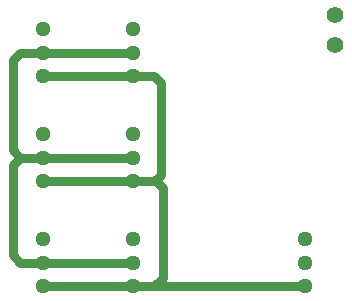
<source format=gbl>
G04 (created by PCBNEW-RS274X (2011-05-25)-stable) date Sun 16 Mar 2014 03:40:44 PM CDT*
G01*
G70*
G90*
%MOIN*%
G04 Gerber Fmt 3.4, Leading zero omitted, Abs format*
%FSLAX34Y34*%
G04 APERTURE LIST*
%ADD10C,0.006000*%
%ADD11C,0.051200*%
%ADD12C,0.055000*%
%ADD13C,0.030000*%
G04 APERTURE END LIST*
G54D10*
G54D11*
X20950Y-17350D03*
X20950Y-18137D03*
X20950Y-16563D03*
X15200Y-17350D03*
X15200Y-18137D03*
X15200Y-16563D03*
X12200Y-17350D03*
X12200Y-18137D03*
X12200Y-16563D03*
X15200Y-13850D03*
X15200Y-14637D03*
X15200Y-13063D03*
X12200Y-13850D03*
X12200Y-14637D03*
X12200Y-13063D03*
X15200Y-10350D03*
X15200Y-11137D03*
X15200Y-09563D03*
X12200Y-10350D03*
X12200Y-11137D03*
X12200Y-09563D03*
G54D12*
X21950Y-09100D03*
X21950Y-10100D03*
G54D13*
X15913Y-18137D02*
X18450Y-18137D01*
X18450Y-18137D02*
X18700Y-18137D01*
X18700Y-18137D02*
X20950Y-18137D01*
X15913Y-14637D02*
X15987Y-14637D01*
X15913Y-18137D02*
X15200Y-18137D01*
X16200Y-17850D02*
X15913Y-18137D01*
X16200Y-14850D02*
X16200Y-17850D01*
X15987Y-14637D02*
X16200Y-14850D01*
X15200Y-11137D02*
X15913Y-11137D01*
X15913Y-14637D02*
X15200Y-14637D01*
X16126Y-14424D02*
X15913Y-14637D01*
X16126Y-11350D02*
X16126Y-14424D01*
X15913Y-11137D02*
X16126Y-11350D01*
X15200Y-11137D02*
X12200Y-11137D01*
X15200Y-14637D02*
X12200Y-14637D01*
X15200Y-18137D02*
X12200Y-18137D01*
X11450Y-13850D02*
X11200Y-14100D01*
X11450Y-17350D02*
X12200Y-17350D01*
X11200Y-17100D02*
X11450Y-17350D01*
X11200Y-14100D02*
X11200Y-17100D01*
X12200Y-10350D02*
X11450Y-10350D01*
X11450Y-10350D02*
X11200Y-10600D01*
X11200Y-10600D02*
X11200Y-13600D01*
X11200Y-13600D02*
X11450Y-13850D01*
X11450Y-13850D02*
X12200Y-13850D01*
X12200Y-13850D02*
X11450Y-13850D01*
X12200Y-17350D02*
X15200Y-17350D01*
X12200Y-13850D02*
X15200Y-13850D01*
X12200Y-10350D02*
X15200Y-10350D01*
M02*

</source>
